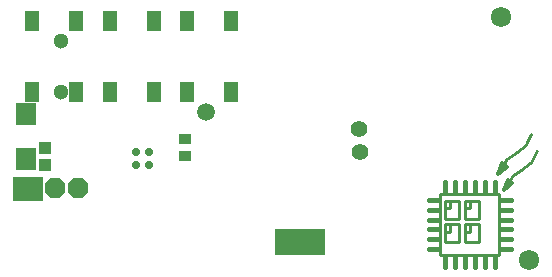
<source format=gbs>
%FSLAX25Y25*%
%MOIN*%
G70*
G01*
G75*
G04 Layer_Color=16711935*
%ADD10R,0.07874X0.01969*%
%ADD11R,0.07874X0.09843*%
%ADD12R,0.03543X0.02756*%
%ADD13R,0.01969X0.02362*%
%ADD14R,0.05906X0.05906*%
%ADD15R,0.06693X0.04331*%
%ADD16R,0.03543X0.03150*%
%ADD17R,0.04331X0.06693*%
%ADD18R,0.02362X0.04528*%
%ADD19O,0.00984X0.03543*%
%ADD20O,0.03543X0.00984*%
%ADD21R,0.22441X0.22441*%
%ADD22R,0.07480X0.10236*%
%ADD23R,0.02559X0.04331*%
%ADD24R,0.04724X0.02362*%
%ADD25R,0.06693X0.03150*%
%ADD26R,0.03150X0.03543*%
%ADD27R,0.00984X0.04331*%
%ADD28R,0.08071X0.08071*%
%ADD29O,0.00787X0.03543*%
%ADD30O,0.03543X0.00787*%
%ADD31R,0.05315X0.04724*%
%ADD32R,0.19685X0.04724*%
%ADD33R,0.01969X0.01969*%
%ADD34R,0.12992X0.05512*%
%ADD35R,0.05118X0.02756*%
%ADD36R,0.05709X0.17323*%
%ADD37C,0.00984*%
%ADD38C,0.01181*%
%ADD39C,0.01969*%
%ADD40C,0.01575*%
%ADD41C,0.03937*%
%ADD42R,0.13780X0.06496*%
%ADD43R,0.15748X0.07874*%
%ADD44C,0.05118*%
%ADD45R,0.09055X0.07087*%
%ADD46C,0.04724*%
%ADD47P,0.06392X8X112.5*%
%ADD48C,0.06000*%
%ADD49C,0.04331*%
%ADD50C,0.02756*%
%ADD51C,0.01969*%
%ADD52C,0.03543*%
%ADD53C,0.03937*%
%ADD54R,0.03937X0.05906*%
%ADD55R,0.05906X0.06890*%
%ADD56C,0.01000*%
%ADD57C,0.00787*%
%ADD58C,0.00394*%
%ADD59C,0.00606*%
%ADD60C,0.00591*%
%ADD61R,0.08661X0.02756*%
%ADD62R,0.08661X0.10630*%
%ADD63R,0.04331X0.03543*%
%ADD64R,0.02756X0.03150*%
%ADD65R,0.06693X0.06693*%
%ADD66R,0.07480X0.05118*%
%ADD67R,0.04331X0.03937*%
%ADD68R,0.05118X0.07480*%
%ADD69R,0.03150X0.05315*%
%ADD70O,0.01772X0.04331*%
%ADD71O,0.04331X0.01772*%
%ADD72R,0.23228X0.23228*%
%ADD73R,0.08268X0.11024*%
%ADD74R,0.03347X0.05118*%
%ADD75R,0.05512X0.03150*%
%ADD76R,0.07480X0.03937*%
%ADD77R,0.03937X0.04331*%
%ADD78R,0.01772X0.05118*%
%ADD79R,0.08858X0.08858*%
%ADD80O,0.01575X0.04331*%
%ADD81O,0.04331X0.01575*%
%ADD82R,0.06102X0.05512*%
%ADD83R,0.20472X0.05512*%
%ADD84R,0.02756X0.02756*%
%ADD85R,0.13780X0.06299*%
%ADD86R,0.05906X0.03543*%
%ADD87R,0.06496X0.18110*%
%ADD88R,0.16535X0.08661*%
%ADD89C,0.05906*%
%ADD90R,0.09843X0.07874*%
%ADD91C,0.05512*%
%ADD92P,0.07244X8X112.5*%
%ADD93C,0.06787*%
%ADD94C,0.02756*%
%ADD95R,0.04724X0.06693*%
%ADD96R,0.06693X0.07677*%
D37*
X143209Y-84449D02*
Y-63976D01*
Y-84449D02*
X162894D01*
Y-63976D01*
X143209D02*
X162894D01*
X151476Y-74213D02*
X156201D01*
Y-80118D02*
Y-74213D01*
X151476Y-80118D02*
X156201D01*
X151476D02*
Y-74213D01*
Y-76575D02*
X153051D01*
Y-74213D01*
X144783D02*
X149508D01*
Y-80118D02*
Y-74213D01*
X144783Y-80118D02*
X149508D01*
X144783D02*
Y-74213D01*
Y-76575D02*
X146358D01*
Y-74213D01*
X151476Y-66339D02*
X156201D01*
Y-72244D02*
Y-66339D01*
X151476Y-72244D02*
X156201D01*
X151476D02*
Y-66339D01*
Y-68701D02*
X153051D01*
Y-66339D01*
X146358Y-68701D02*
Y-66339D01*
X144783Y-68701D02*
X146358D01*
X144783Y-72244D02*
Y-66339D01*
Y-72244D02*
X149508D01*
Y-66339D01*
X144783D02*
X149508D01*
D38*
X162500Y-57284D02*
X165256Y-54921D01*
X163681Y-53740D02*
X165256Y-54921D01*
X162500Y-57284D02*
X163681Y-53740D01*
X162500Y-57284D02*
X164075Y-54921D01*
X164469Y-62795D02*
X167224Y-60433D01*
X165650Y-59252D02*
X167224Y-60433D01*
X164469Y-62795D02*
X165650Y-59252D01*
X164469Y-62795D02*
X166043Y-60433D01*
D40*
X161319Y-88386D02*
Y-84842D01*
X158012Y-88386D02*
Y-84842D01*
X154705Y-88386D02*
Y-84842D01*
X151398Y-88386D02*
Y-84842D01*
X148091Y-88386D02*
Y-84842D01*
X144783Y-88386D02*
Y-84842D01*
X163287Y-82480D02*
X166831D01*
X163287Y-79173D02*
X166831D01*
X163287Y-75866D02*
X166831D01*
X163287Y-72559D02*
X166831D01*
X163287Y-69252D02*
X166831D01*
X163287Y-65945D02*
X166831D01*
X139272Y-82480D02*
X142815D01*
X139272Y-79173D02*
X142815D01*
X139272Y-75866D02*
X142815D01*
X139272Y-72559D02*
X142815D01*
X139272Y-69252D02*
X142815D01*
X139272Y-65945D02*
X142815D01*
X161319Y-63583D02*
Y-60039D01*
X158012Y-63583D02*
Y-60039D01*
X154705Y-63583D02*
Y-60039D01*
X151398Y-63583D02*
Y-60039D01*
X148091Y-63583D02*
Y-60039D01*
X144783Y-63583D02*
Y-60039D01*
D44*
X16831Y-12894D02*
D03*
Y-30217D02*
D03*
D56*
X168403Y-50584D02*
G03*
X173559Y-44281I-3841J8402D01*
G01*
X168403Y-50584D02*
G03*
X163681Y-55709I2627J-7159D01*
G01*
X170372Y-56096D02*
G03*
X175528Y-49793I-3841J8402D01*
G01*
X170372Y-56096D02*
G03*
X165650Y-61221I2627J-7159D01*
G01*
D63*
X58071Y-45571D02*
D03*
Y-51476D02*
D03*
D67*
X11417Y-48819D02*
D03*
Y-54331D02*
D03*
D88*
X96260Y-79921D02*
D03*
D89*
X65158Y-36811D02*
D03*
D90*
X5709Y-62303D02*
D03*
D91*
X116240Y-50197D02*
D03*
X116142Y-42421D02*
D03*
D92*
X14567Y-62106D02*
D03*
X22441D02*
D03*
D93*
X163287Y-4921D02*
D03*
X172835Y-86122D02*
D03*
D94*
X45965Y-54528D02*
D03*
X41634D02*
D03*
X45965Y-50197D02*
D03*
X41634D02*
D03*
D95*
X7185Y-6496D02*
D03*
Y-30118D02*
D03*
X21752D02*
D03*
Y-6496D02*
D03*
X58858D02*
D03*
Y-30118D02*
D03*
X73425D02*
D03*
Y-6496D02*
D03*
X33022D02*
D03*
Y-30118D02*
D03*
X47589D02*
D03*
Y-6496D02*
D03*
D96*
X4921Y-52264D02*
D03*
Y-37500D02*
D03*
M02*

</source>
